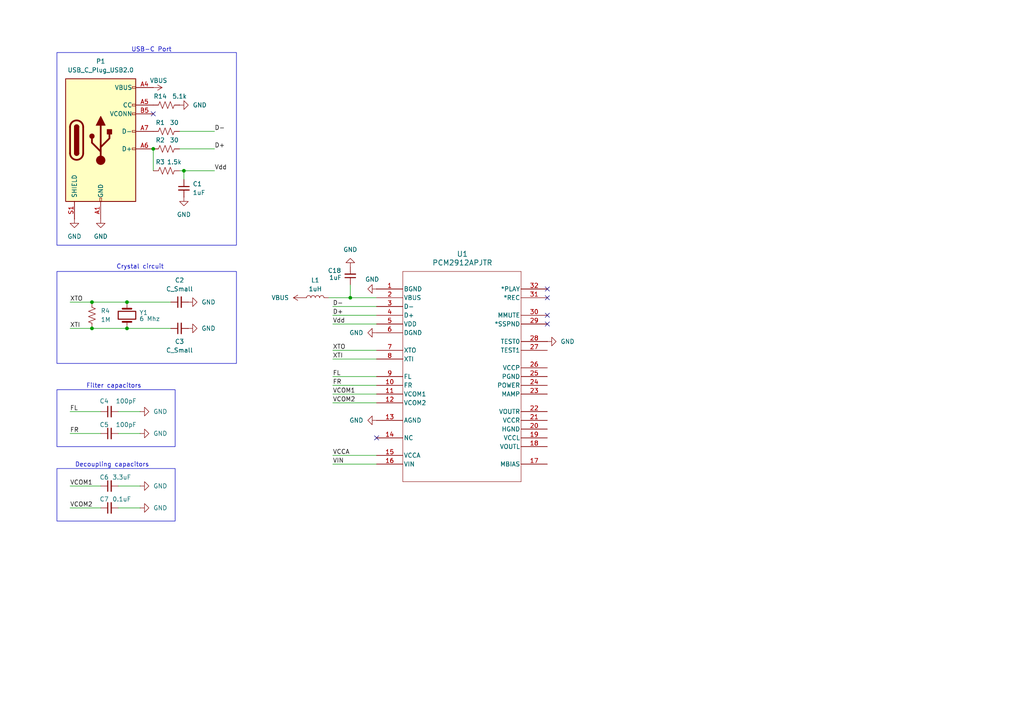
<source format=kicad_sch>
(kicad_sch (version 20231120) (generator "eeschema") (generator_version "8.0")
  (paper "A4")
  (lib_symbols
    (symbol "2024-07-12_22-03-46:PCM2912APJTR" (pin_names (offset 0.254))
      (property "Reference" "U" (at 24.13 10.16 0))
      (property "Value" "PCM2912APJTR" (at 24.13 7.62 0))
      (symbol "PCM2912APJTR_0_1"
        (polyline (pts (xy 7.62 -55.88) (xy 41.91 -55.88)) (stroke (width 0.127)))
        (polyline (pts (xy 7.62 5.08) (xy 7.62 -55.88)) (stroke (width 0.127)))
        (polyline (pts (xy 41.91 -55.88) (xy 41.91 5.08)) (stroke (width 0.127)))
        (polyline (pts (xy 41.91 5.08) (xy 7.62 5.08)) (stroke (width 0.127)))
        (pin power_in line (at 0 0 0) (length 7.62) (name "BGND") (number "1"))
        (pin unspecified line (at 0 -27.94 0) (length 7.62) (name "FR") (number "10"))
        (pin power_in line (at 0 -30.48 0) (length 7.62) (name "VCOM1") (number "11"))
        (pin power_in line (at 0 -33.02 0) (length 7.62) (name "VCOM2") (number "12"))
        (pin power_in line (at 0 -38.1 0) (length 7.62) (name "AGND") (number "13"))
        (pin unspecified line (at 0 -43.18 0) (length 7.62) (name "NC") (number "14"))
        (pin power_in line (at 0 -48.26 0) (length 7.62) (name "VCCA") (number "15"))
        (pin input line (at 0 -50.8 0) (length 7.62) (name "VIN") (number "16"))
        (pin output line (at 49.53 -50.8 180) (length 7.62) (name "MBIAS") (number "17"))
        (pin output line (at 49.53 -45.72 180) (length 7.62) (name "VOUTL") (number "18"))
        (pin power_in line (at 49.53 -43.18 180) (length 7.62) (name "VCCL") (number "19"))
        (pin power_in line (at 0 -2.54 0) (length 7.62) (name "VBUS") (number "2"))
        (pin power_in line (at 49.53 -40.64 180) (length 7.62) (name "HGND") (number "20"))
        (pin power_in line (at 49.53 -38.1 180) (length 7.62) (name "VCCR") (number "21"))
        (pin output line (at 49.53 -35.56 180) (length 7.62) (name "VOUTR") (number "22"))
        (pin input line (at 49.53 -30.48 180) (length 7.62) (name "MAMP") (number "23"))
        (pin power_in line (at 49.53 -25.4 180) (length 7.62) (name "PGND") (number "25"))
        (pin power_in line (at 49.53 -22.86 180) (length 7.62) (name "VCCP") (number "26"))
        (pin input line (at 49.53 -17.78 180) (length 7.62) (name "TEST1") (number "27"))
        (pin input line (at 49.53 -15.24 180) (length 7.62) (name "TEST0") (number "28"))
        (pin output line (at 49.53 -10.16 180) (length 7.62) (name "*SSPND") (number "29"))
        (pin bidirectional line (at 0 -5.08 0) (length 7.62) (name "D-") (number "3"))
        (pin input line (at 49.53 -7.62 180) (length 7.62) (name "MMUTE") (number "30"))
        (pin output line (at 49.53 -2.54 180) (length 7.62) (name "*REC") (number "31"))
        (pin output line (at 49.53 0 180) (length 7.62) (name "*PLAY") (number "32"))
        (pin bidirectional line (at 0 -7.62 0) (length 7.62) (name "D+") (number "4"))
        (pin power_in line (at 0 -10.16 0) (length 7.62) (name "VDD") (number "5"))
        (pin power_in line (at 0 -12.7 0) (length 7.62) (name "DGND") (number "6"))
        (pin output line (at 0 -17.78 0) (length 7.62) (name "XTO") (number "7"))
        (pin input line (at 0 -20.32 0) (length 7.62) (name "XTI") (number "8"))
        (pin unspecified line (at 0 -25.4 0) (length 7.62) (name "FL") (number "9"))
      )
      (symbol "PCM2912APJTR_1_1"
        (pin input line (at 49.53 -27.94 180) (length 7.62) (name "POWER") (number "24"))
      )
    )
    (symbol "Connector:USB_C_Plug_USB2.0" (pin_names (offset 1.016))
      (property "Reference" "P" (at -10.16 19.05 0))
      (property "Value" "USB_C_Plug_USB2.0" (at 12.7 19.05 0))
      (symbol "USB_C_Plug_USB2.0_0_0"
        (rectangle (start -0.254 -17.78) (end 0.254 -16.764))
        (rectangle (start 10.16 -2.286) (end 9.144 -2.794))
        (rectangle (start 10.16 2.794) (end 9.144 2.286))
        (rectangle (start 10.16 7.874) (end 9.144 7.366))
        (rectangle (start 10.16 10.414) (end 9.144 9.906))
        (rectangle (start 10.16 15.494) (end 9.144 14.986))
      )
      (symbol "USB_C_Plug_USB2.0_0_1"
        (rectangle (start -10.16 17.78) (end 10.16 -17.78) (stroke (width 0.254)) (fill (type background)))
        (arc (start -8.89 -3.81) (mid -6.985 -5.7067) (end -5.08 -3.81) (stroke (width 0.508)))
        (arc (start -7.62 -3.81) (mid -6.985 -4.4423) (end -6.35 -3.81) (stroke (width 0.254)))
        (arc (start -7.62 -3.81) (mid -6.985 -4.4423) (end -6.35 -3.81) (stroke (width 0.254)) (fill (type outline)))
        (rectangle (start -7.62 -3.81) (end -6.35 3.81) (stroke (width 0.254)) (fill (type outline)))
        (arc (start -6.35 3.81) (mid -6.985 4.4423) (end -7.62 3.81) (stroke (width 0.254)))
        (arc (start -6.35 3.81) (mid -6.985 4.4423) (end -7.62 3.81) (stroke (width 0.254)) (fill (type outline)))
        (arc (start -5.08 3.81) (mid -6.985 5.7067) (end -8.89 3.81) (stroke (width 0.508)))
        (circle (center -2.54 1.143) (radius 0.635) (stroke (width 0.254)) (fill (type outline)))
        (circle (center 0 -5.842) (radius 1.27) (fill (type outline)))
        (polyline (pts (xy -8.89 -3.81) (xy -8.89 3.81)) (stroke (width 0.508)))
        (polyline (pts (xy -5.08 3.81) (xy -5.08 -3.81)) (stroke (width 0.508)))
        (polyline (pts (xy 0 -5.842) (xy 0 4.318)) (stroke (width 0.508)))
        (polyline (pts (xy 0 -3.302) (xy -2.54 -0.762) (xy -2.54 0.508)) (stroke (width 0.508)))
        (polyline (pts (xy 0 -2.032) (xy 2.54 0.508) (xy 2.54 1.778)) (stroke (width 0.508)))
        (polyline (pts (xy -1.27 4.318) (xy 0 6.858) (xy 1.27 4.318) (xy -1.27 4.318)) (stroke (width 0.254)) (fill (type outline)))
        (rectangle (start 1.905 1.778) (end 3.175 3.048) (stroke (width 0.254)) (fill (type outline)))
      )
      (symbol "USB_C_Plug_USB2.0_1_1"
        (pin passive line (at 0 -22.86 90) (length 5.08) (name "GND") (number "A1"))
        (pin passive line (at 0 -22.86 90) (length 5.08) hide (name "GND") (number "A12"))
        (pin passive line (at 15.24 15.24 180) (length 5.08) (name "VBUS") (number "A4"))
        (pin bidirectional line (at 15.24 10.16 180) (length 5.08) (name "CC") (number "A5"))
        (pin bidirectional line (at 15.24 -2.54 180) (length 5.08) (name "D+") (number "A6"))
        (pin bidirectional line (at 15.24 2.54 180) (length 5.08) (name "D-") (number "A7"))
        (pin passive line (at 15.24 15.24 180) (length 5.08) hide (name "VBUS") (number "A9"))
        (pin passive line (at 0 -22.86 90) (length 5.08) hide (name "GND") (number "B1"))
        (pin passive line (at 0 -22.86 90) (length 5.08) hide (name "GND") (number "B12"))
        (pin passive line (at 15.24 15.24 180) (length 5.08) hide (name "VBUS") (number "B4"))
        (pin bidirectional line (at 15.24 7.62 180) (length 5.08) (name "VCONN") (number "B5"))
        (pin passive line (at 15.24 15.24 180) (length 5.08) hide (name "VBUS") (number "B9"))
        (pin passive line (at -7.62 -22.86 90) (length 5.08) (name "SHIELD") (number "S1"))
      )
    )
    (symbol "Device:C_Small" (pin_numbers hide) (pin_names (offset 0.254) hide)
      (property "Reference" "C" (at 0.254 1.778 0))
      (property "Value" "C_Small" (at 0.254 -2.032 0))
      (symbol "C_Small_0_1"
        (polyline (pts (xy -1.524 -0.508) (xy 1.524 -0.508)) (stroke (width 0.3302)))
        (polyline (pts (xy -1.524 0.508) (xy 1.524 0.508)) (stroke (width 0.3048)))
      )
      (symbol "C_Small_1_1"
        (pin passive line (at 0 2.54 270) (length 2.032) (name "~") (number "1"))
        (pin passive line (at 0 -2.54 90) (length 2.032) (name "~") (number "2"))
      )
    )
    (symbol "Device:Crystal" (pin_numbers hide) (pin_names (offset 1.016) hide)
      (property "Reference" "Y" (at 0 3.81 0))
      (property "Value" "Crystal" (at 0 -3.81 0))
      (symbol "Crystal_0_1"
        (rectangle (start -1.143 2.54) (end 1.143 -2.54) (stroke (width 0.3048)))
        (polyline (pts (xy -2.54 0) (xy -1.905 0)))
        (polyline (pts (xy -1.905 -1.27) (xy -1.905 1.27)) (stroke (width 0.508)))
        (polyline (pts (xy 1.905 -1.27) (xy 1.905 1.27)) (stroke (width 0.508)))
        (polyline (pts (xy 2.54 0) (xy 1.905 0)))
      )
      (symbol "Crystal_1_1"
        (pin passive line (at -3.81 0 0) (length 1.27) (name "1") (number "1"))
        (pin passive line (at 3.81 0 180) (length 1.27) (name "2") (number "2"))
      )
    )
    (symbol "Device:L" (pin_numbers hide) (pin_names (offset 1.016) hide)
      (property "Reference" "L" (at -1.27 0 90))
      (property "Value" "L" (at 1.905 0 90))
      (symbol "L_0_1"
        (arc (start 0 -2.54) (mid 0.6323 -1.905) (end 0 -1.27))
        (arc (start 0 -1.27) (mid 0.6323 -0.635) (end 0 0))
        (arc (start 0 0) (mid 0.6323 0.635) (end 0 1.27))
        (arc (start 0 1.27) (mid 0.6323 1.905) (end 0 2.54))
      )
      (symbol "L_1_1"
        (pin passive line (at 0 3.81 270) (length 1.27) (name "1") (number "1"))
        (pin passive line (at 0 -3.81 90) (length 1.27) (name "2") (number "2"))
      )
    )
    (symbol "Device:R_US" (pin_numbers hide) (pin_names (offset 0))
      (property "Reference" "R" (at 2.54 0 90))
      (property "Value" "R_US" (at -2.54 0 90))
      (symbol "R_US_0_1"
        (polyline (pts (xy 0 -2.286) (xy 0 -2.54)))
        (polyline (pts (xy 0 2.286) (xy 0 2.54)))
        (polyline (pts (xy 0 -0.762) (xy 1.016 -1.143) (xy 0 -1.524) (xy -1.016 -1.905) (xy 0 -2.286)))
        (polyline (pts (xy 0 0.762) (xy 1.016 0.381) (xy 0 0) (xy -1.016 -0.381) (xy 0 -0.762)))
        (polyline (pts (xy 0 2.286) (xy 1.016 1.905) (xy 0 1.524) (xy -1.016 1.143) (xy 0 0.762)))
      )
      (symbol "R_US_1_1"
        (pin passive line (at 0 3.81 270) (length 1.27) (name "~") (number "1"))
        (pin passive line (at 0 -3.81 90) (length 1.27) (name "~") (number "2"))
      )
    )
    (symbol "power:GND" (power) (pin_numbers hide) (pin_names (offset 0) hide)
      (property "Value" "GND" (at 0 -3.81 0))
      (symbol "GND_0_1"
        (polyline (pts (xy 0 0) (xy 0 -1.27) (xy 1.27 -1.27) (xy 0 -2.54) (xy -1.27 -1.27) (xy 0 -1.27)))
      )
      (symbol "GND_1_1"
        (pin power_in line (at 0 0 270) (length 0) (name "~") (number "1"))
      )
    )
    (symbol "power:VBUS" (power) (pin_numbers hide) (pin_names (offset 0) hide)
      (property "Value" "VBUS" (at 0 3.556 0))
      (symbol "VBUS_0_1"
        (polyline (pts (xy -0.762 1.27) (xy 0 2.54)))
        (polyline (pts (xy 0 0) (xy 0 2.54)))
        (polyline (pts (xy 0 2.54) (xy 0.762 1.27)))
      )
      (symbol "VBUS_1_1"
        (pin power_in line (at 0 0 90) (length 0) (name "~") (number "1"))
      )
    )
  )
  (junction (at 53.34 49.53))
  (junction (at 36.83 95.25))
  (junction (at 101.6 86.36))
  (junction (at 26.67 95.25))
  (junction (at 44.45 43.18))
  (junction (at 36.83 87.63))
  (junction (at 26.67 87.63))
  (no_connect (at 44.45 33.02))
  (no_connect (at 158.75 86.36))
  (no_connect (at 109.22 127))
  (no_connect (at 158.75 91.44))
  (no_connect (at 158.75 93.98))
  (no_connect (at 158.75 83.82))
  (wire (pts (xy 36.83 87.63) (xy 49.53 87.63)))
  (wire (pts (xy 96.52 104.14) (xy 109.22 104.14)))
  (wire (pts (xy 109.22 114.3) (xy 96.52 114.3)))
  (wire (pts (xy 40.64 147.32) (xy 34.29 147.32)))
  (wire (pts (xy 40.64 125.73) (xy 34.29 125.73)))
  (wire (pts (xy 109.22 101.6) (xy 96.52 101.6)))
  (wire (pts (xy 96.52 88.9) (xy 109.22 88.9)))
  (wire (pts (xy 20.32 95.25) (xy 26.67 95.25)))
  (wire (pts (xy 52.07 43.18) (xy 62.23 43.18)))
  (wire (pts (xy 52.07 38.1) (xy 62.23 38.1)))
  (wire (pts (xy 52.07 49.53) (xy 53.34 49.53)))
  (wire (pts (xy 40.64 140.97) (xy 34.29 140.97)))
  (wire (pts (xy 20.32 119.38) (xy 29.21 119.38)))
  (wire (pts (xy 96.52 91.44) (xy 109.22 91.44)))
  (wire (pts (xy 53.34 52.07) (xy 53.34 49.53)))
  (wire (pts (xy 26.67 87.63) (xy 36.83 87.63)))
  (wire (pts (xy 96.52 93.98) (xy 109.22 93.98)))
  (wire (pts (xy 26.67 95.25) (xy 36.83 95.25)))
  (wire (pts (xy 40.64 119.38) (xy 34.29 119.38)))
  (wire (pts (xy 36.83 95.25) (xy 49.53 95.25)))
  (wire (pts (xy 96.52 109.22) (xy 109.22 109.22)))
  (wire (pts (xy 96.52 116.84) (xy 109.22 116.84)))
  (wire (pts (xy 44.45 43.18) (xy 44.45 49.53)))
  (wire (pts (xy 20.32 140.97) (xy 29.21 140.97)))
  (wire (pts (xy 96.52 134.62) (xy 109.22 134.62)))
  (wire (pts (xy 101.6 86.36) (xy 109.22 86.36)))
  (wire (pts (xy 101.6 86.36) (xy 95.25 86.36)))
  (wire (pts (xy 96.52 132.08) (xy 109.22 132.08)))
  (wire (pts (xy 20.32 125.73) (xy 29.21 125.73)))
  (wire (pts (xy 101.6 82.55) (xy 101.6 86.36)))
  (wire (pts (xy 20.32 87.63) (xy 26.67 87.63)))
  (wire (pts (xy 20.32 147.32) (xy 29.21 147.32)))
  (wire (pts (xy 53.34 49.53) (xy 62.23 49.53)))
  (wire (pts (xy 96.52 111.76) (xy 109.22 111.76)))
  (rectangle (start 16.51 78.74) (end 68.58 105.41))
  (rectangle (start 16.51 15.24) (end 68.58 71.12))
  (rectangle (start 16.51 135.89) (end 50.8 151.13))
  (rectangle (start 16.51 113.03) (end 50.8 129.54))
  (text "Filter capacitors" (at 33.02 112.014 0) (effects (font (size 1.27 1.27))))
  (text "USB-C Port" (at 43.942 14.478 0) (effects (font (size 1.27 1.27))))
  (text "Crystal circuit" (at 40.64 77.47 0) (effects (font (size 1.27 1.27))))
  (text "Decoupling capacitors" (at 32.512 134.874 0) (effects (font (size 1.27 1.27))))
  (label "Vdd" (at 96.52 93.98 0))
  (label "VIN" (at 96.52 134.62 0))
  (label "XTI" (at 20.32 95.25 0))
  (label "FR" (at 20.32 125.73 0))
  (label "D-" (at 62.23 38.1 0))
  (label "XTI" (at 96.52 104.14 0))
  (label "D-" (at 96.52 88.9 0))
  (label "VCOM1" (at 20.32 140.97 0))
  (label "FL" (at 96.52 109.22 0))
  (label "VCOM2" (at 20.32 147.32 0))
  (label "VCOM1" (at 96.52 114.3 0))
  (label "Vdd" (at 62.23 49.53 0))
  (label "FL" (at 20.32 119.38 0))
  (label "VCOM2" (at 96.52 116.84 0))
  (label "XTO" (at 96.52 101.6 0))
  (label "FR" (at 96.52 111.76 0))
  (label "D+" (at 96.52 91.44 0))
  (label "VCCA" (at 96.52 132.08 0))
  (label "XTO" (at 20.32 87.63 0))
  (label "D+" (at 62.23 43.18 0))
  (symbol (lib_id "Device:R_US") (at 48.26 38.1 90) (unit 1)
    (property "Reference" "R1" (at 46.482 35.56 90))
    (property "Value" "30" (at 50.546 35.56 90))
    (property "Description" "Resistor, US symbol" (effects (hide yes)))
  )
  (symbol (lib_id "Connector:USB_C_Plug_USB2.0") (at 29.21 40.64 0) (unit 1)
    (property "Reference" "P1" (at 29.21 17.78 0))
    (property "Value" "USB_C_Plug_USB2.0" (at 29.21 20.32 0))
    (property "Datasheet" "https://www.usb.org/sites/default/files/documents/usb_type-c.zip" (effects (hide yes)))
    (property "Description" "USB 2.0-only Type-C Plug connector" (effects (hide yes)))
  )
  (symbol (lib_id "Device:C_Small") (at 53.34 54.61 0) (unit 1)
    (property "Reference" "C1" (at 55.88 53.3462 0) (effects (justify left)))
    (property "Value" "1uF" (at 55.88 55.8862 0) (effects (justify left)))
    (property "Description" "Unpolarized capacitor, small symbol" (effects (hide yes)))
  )
  (symbol (lib_id "power:GND") (at 52.07 30.48 90) (unit 1)
    (property "Reference" "#PWR08" (effects (hide yes)))
    (property "Value" "GND" (at 55.88 30.4799 90) (effects (justify right)))
    (property "Description" "Power symbol creates a global label with name \"GND\" , ground" (effects (hide yes)))
  )
  (symbol (lib_id "Device:C_Small") (at 101.6 80.01 180) (unit 1)
    (property "Reference" "C18" (at 97.028 78.486 0))
    (property "Value" "1uF" (at 97.282 80.518 0))
    (property "Description" "Unpolarized capacitor, small symbol" (effects (hide yes)))
  )
  (symbol (lib_id "Device:Crystal") (at 36.83 91.44 90) (unit 1)
    (property "Reference" "Y1" (at 40.386 90.678 90) (effects (justify right)))
    (property "Value" "6 Mhz" (at 40.386 92.456 90) (effects (justify right)))
    (property "Description" "Two pin crystal" (effects (hide yes)))
  )
  (symbol (lib_id "power:GND") (at 53.34 57.15 0) (unit 1)
    (property "Reference" "#PWR09" (effects (hide yes)))
    (property "Value" "GND" (at 53.34 62.23 0))
    (property "Description" "Power symbol creates a global label with name \"GND\" , ground" (effects (hide yes)))
  )
  (symbol (lib_id "power:GND") (at 21.59 63.5 0) (unit 1)
    (property "Reference" "#PWR01" (effects (hide yes)))
    (property "Value" "GND" (at 21.59 68.58 0))
    (property "Description" "Power symbol creates a global label with name \"GND\" , ground" (effects (hide yes)))
  )
  (symbol (lib_id "Device:C_Small") (at 31.75 125.73 90) (unit 1)
    (property "Reference" "C5" (at 30.226 123.19 90))
    (property "Value" "100pF" (at 36.576 123.19 90))
    (property "Description" "Unpolarized capacitor, small symbol" (effects (hide yes)))
  )
  (symbol (lib_id "Device:R_US") (at 48.26 30.48 90) (unit 1)
    (property "Reference" "R14" (at 46.482 27.94 90))
    (property "Value" "5.1k" (at 52.07 27.94 90))
    (property "Description" "Resistor, US symbol" (effects (hide yes)))
  )
  (symbol (lib_id "power:GND") (at 109.22 96.52 270) (unit 1)
    (property "Reference" "#PWR07" (effects (hide yes)))
    (property "Value" "GND" (at 105.41 96.5199 90) (effects (justify right)))
    (property "Description" "Power symbol creates a global label with name \"GND\" , ground" (effects (hide yes)))
  )
  (symbol (lib_id "Device:R_US") (at 48.26 49.53 90) (unit 1)
    (property "Reference" "R3" (at 46.482 46.99 90))
    (property "Value" "1.5k" (at 50.546 46.99 90))
    (property "Description" "Resistor, US symbol" (effects (hide yes)))
  )
  (symbol (lib_id "power:VBUS") (at 87.63 86.36 90) (unit 1)
    (property "Reference" "#PWR06" (effects (hide yes)))
    (property "Value" "VBUS" (at 83.82 86.3599 90) (effects (justify left)))
    (property "Description" "Power symbol creates a global label with name \"VBUS\"" (effects (hide yes)))
  )
  (symbol (lib_id "Device:C_Small") (at 52.07 87.63 90) (unit 1)
    (property "Reference" "C2" (at 52.0763 81.28 90))
    (property "Value" "C_Small" (at 52.0763 83.82 90))
    (property "Description" "Unpolarized capacitor, small symbol" (effects (hide yes)))
  )
  (symbol (lib_id "power:GND") (at 40.64 119.38 90) (unit 1)
    (property "Reference" "#PWR014" (effects (hide yes)))
    (property "Value" "GND" (at 44.45 119.3799 90) (effects (justify right)))
    (property "Description" "Power symbol creates a global label with name \"GND\" , ground" (effects (hide yes)))
  )
  (symbol (lib_id "Device:R_US") (at 26.67 91.44 0) (unit 1)
    (property "Reference" "R4" (at 29.21 90.1699 0) (effects (justify left)))
    (property "Value" "1M" (at 29.21 92.7099 0) (effects (justify left)))
    (property "Description" "Resistor, US symbol" (effects (hide yes)))
  )
  (symbol (lib_id "Device:L") (at 91.44 86.36 90) (unit 1)
    (property "Reference" "L1" (at 91.44 81.28 90))
    (property "Value" "1uH" (at 91.44 83.82 90))
    (property "Description" "Inductor" (effects (hide yes)))
  )
  (symbol (lib_id "power:GND") (at 40.64 147.32 90) (unit 1)
    (property "Reference" "#PWR017" (effects (hide yes)))
    (property "Value" "GND" (at 44.45 147.3199 90) (effects (justify right)))
    (property "Description" "Power symbol creates a global label with name \"GND\" , ground" (effects (hide yes)))
  )
  (symbol (lib_id "Device:C_Small") (at 52.07 95.25 90) (unit 1)
    (property "Reference" "C3" (at 52.07 99.06 90))
    (property "Value" "C_Small" (at 52.07 101.6 90))
    (property "Description" "Unpolarized capacitor, small symbol" (effects (hide yes)))
  )
  (symbol (lib_id "power:GND") (at 109.22 121.92 270) (unit 1)
    (property "Reference" "#PWR013" (effects (hide yes)))
    (property "Value" "GND" (at 105.41 121.9199 90) (effects (justify right)))
    (property "Description" "Power symbol creates a global label with name \"GND\" , ground" (effects (hide yes)))
  )
  (symbol (lib_id "Device:C_Small") (at 31.75 140.97 90) (unit 1)
    (property "Reference" "C6" (at 30.226 138.43 90))
    (property "Value" "3.3uF" (at 35.306 138.43 90))
    (property "Description" "Unpolarized capacitor, small symbol" (effects (hide yes)))
  )
  (symbol (lib_id "power:GND") (at 109.22 83.82 270) (unit 1)
    (property "Reference" "#PWR03" (effects (hide yes)))
    (property "Value" "GND" (at 109.982 81.026 90) (effects (justify right)))
    (property "Description" "Power symbol creates a global label with name \"GND\" , ground" (effects (hide yes)))
  )
  (symbol (lib_id "Device:R_US") (at 48.26 43.18 90) (unit 1)
    (property "Reference" "R2" (at 46.482 40.64 90))
    (property "Value" "30" (at 50.546 40.64 90))
    (property "Description" "Resistor, US symbol" (effects (hide yes)))
  )
  (symbol (lib_id "power:GND") (at 101.6 77.47 180) (unit 1)
    (property "Reference" "#PWR04" (effects (hide yes)))
    (property "Value" "GND" (at 101.6 72.39 0))
    (property "Description" "Power symbol creates a global label with name \"GND\" , ground" (effects (hide yes)))
  )
  (symbol (lib_id "power:GND") (at 54.61 95.25 90) (unit 1)
    (property "Reference" "#PWR011" (effects (hide yes)))
    (property "Value" "GND" (at 58.42 95.2499 90) (effects (justify right)))
    (property "Description" "Power symbol creates a global label with name \"GND\" , ground" (effects (hide yes)))
  )
  (symbol (lib_id "2024-07-12_22-03-46:PCM2912APJTR") (at 109.22 83.82 0) (unit 1)
    (property "Reference" "U1" (at 134.112 73.66 0) (effects (font (size 1.524 1.524))))
    (property "Value" "PCM2912APJTR" (at 134.112 76.2 0) (effects (font (size 1.524 1.524))))
    (property "Footprint" "PJT32" (effects (hide yes)))
    (property "Datasheet" "PCM2912APJTR" (effects (hide yes)))
  )
  (symbol (lib_id "power:GND") (at 40.64 140.97 90) (unit 1)
    (property "Reference" "#PWR016" (effects (hide yes)))
    (property "Value" "GND" (at 44.45 140.9699 90) (effects (justify right)))
    (property "Description" "Power symbol creates a global label with name \"GND\" , ground" (effects (hide yes)))
  )
  (symbol (lib_id "Device:C_Small") (at 31.75 119.38 90) (unit 1)
    (property "Reference" "C4" (at 30.226 116.332 90))
    (property "Value" "100pF" (at 36.576 116.332 90))
    (property "Description" "Unpolarized capacitor, small symbol" (effects (hide yes)))
  )
  (symbol (lib_id "power:GND") (at 54.61 87.63 90) (unit 1)
    (property "Reference" "#PWR010" (effects (hide yes)))
    (property "Value" "GND" (at 58.42 87.6299 90) (effects (justify right)))
    (property "Description" "Power symbol creates a global label with name \"GND\" , ground" (effects (hide yes)))
  )
  (symbol (lib_id "power:GND") (at 40.64 125.73 90) (unit 1)
    (property "Reference" "#PWR015" (effects (hide yes)))
    (property "Value" "GND" (at 44.45 125.7299 90) (effects (justify right)))
    (property "Description" "Power symbol creates a global label with name \"GND\" , ground" (effects (hide yes)))
  )
  (symbol (lib_id "power:GND") (at 29.21 63.5 0) (unit 1)
    (property "Reference" "#PWR02" (effects (hide yes)))
    (property "Value" "GND" (at 29.21 68.58 0))
    (property "Description" "Power symbol creates a global label with name \"GND\" , ground" (effects (hide yes)))
  )
  (symbol (lib_id "Device:C_Small") (at 31.75 147.32 90) (unit 1)
    (property "Reference" "C7" (at 30.226 144.78 90))
    (property "Value" "0.1uF" (at 35.306 144.78 90))
    (property "Description" "Unpolarized capacitor, small symbol" (effects (hide yes)))
  )
  (symbol (lib_id "power:GND") (at 158.75 99.06 90) (unit 1)
    (property "Reference" "#PWR012" (effects (hide yes)))
    (property "Value" "GND" (at 162.56 99.0599 90) (effects (justify right)))
    (property "Description" "Power symbol creates a global label with name \"GND\" , ground" (effects (hide yes)))
  )
  (symbol (lib_id "power:VBUS") (at 44.45 25.4 270) (unit 1)
    (property "Reference" "#PWR05" (effects (hide yes)))
    (property "Value" "VBUS" (at 43.434 23.368 90) (effects (justify left)))
    (property "Description" "Power symbol creates a global label with name \"VBUS\"" (effects (hide yes)))
  )
)
</source>
